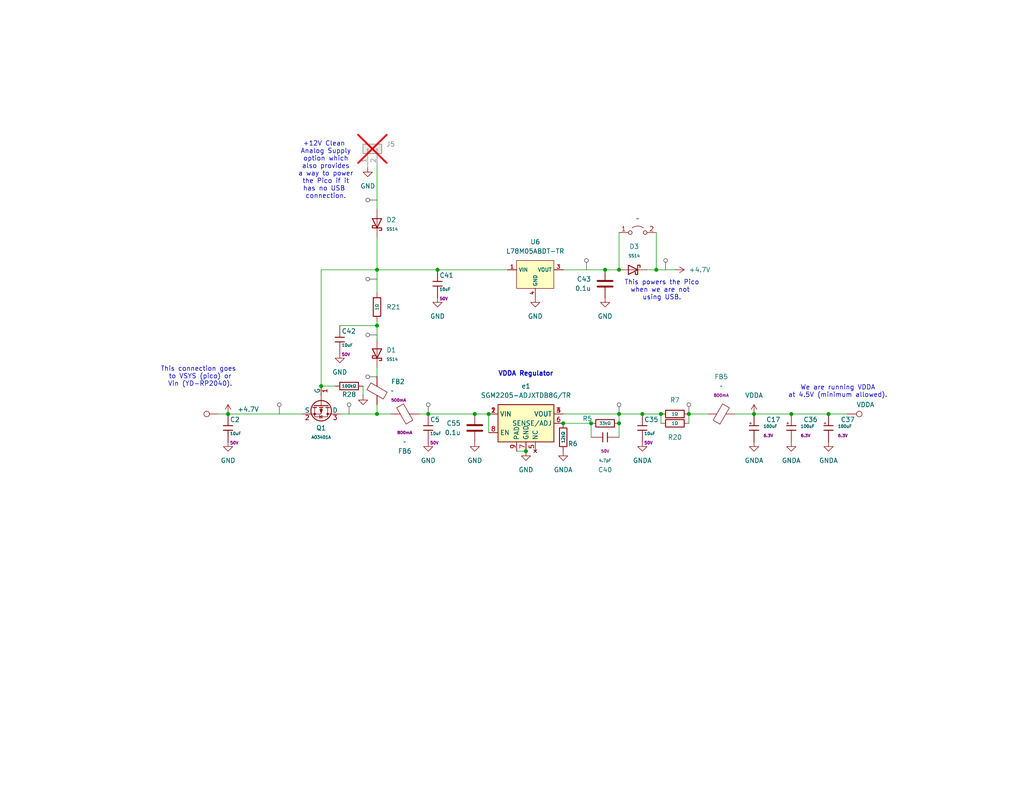
<source format=kicad_sch>
(kicad_sch (version 20250114) (generator "eeschema") (generator_version "9.0")
  (paper "A")
  (lib_symbols
    (symbol "ADP7142AUJZ_1"
      (property "Reference" "e1" (at 0 10.16 0))
      (property "Value" "SGM2205-ADJXTDB8G/TR" (at 0 7.62 0))
      (symbol "ADP7142AUJZ_1_1_1"
        (pin power_in line (at -10.16 2.54 0) (length 2.54) (name "VIN") (number "1"))
        (pin power_in line (at -10.16 2.54 0) (length 2.54) (name "VIN") (number "2"))
        (pin input line (at -10.16 -2.54 0) (length 2.54) (name "EN") (number "8"))
        (pin power_in line (at -2.54 -7.62 90) (length 2.54) (name "PAD") (number "9"))
        (pin passive line (at 0 -7.62 90) (length 2.54) (name "GND") (number "7"))
        (pin no_connect line (at 2.54 -7.62 90) (length 2.54) (name "NC") (number "5"))
        (pin power_out line (at 10.16 2.54 180) (length 2.54) (name "VOUT") (number "3"))
        (pin power_out line (at 10.16 2.54 180) (length 2.54) (name "VOUT") (number "4"))
        (pin input line (at 10.16 0 180) (length 2.54) (name "SENSE/ADJ") (number "6"))
      )
    )
    (symbol "Connector:TestPoint" (pin_numbers (hide yes)) (pin_names (offset 0.762) (hide yes))
      (property "Reference" "TP" (at 0 6.858 0))
      (property "Value" "TestPoint" (at 0 5.08 0))
      (symbol "TestPoint_1_1"
        (pin passive line (at 0 0 90) (length 2.54) (name "1") (number "1"))
      )
    )
    (symbol "Connector_Generic:Conn_01x02" (pin_names (offset 1.016) (hide yes))
      (property "Reference" "J" (at 0 2.54 0))
      (property "Value" "Conn_01x02" (at 0 -5.08 0))
      (symbol "Conn_01x02_1_1"
        (pin passive line (at -5.08 0 0) (length 3.81) (name "Pin_1") (number "1"))
        (pin passive line (at -5.08 -2.54 0) (length 3.81) (name "Pin_2") (number "2"))
      )
    )
    (symbol "Device:C" (pin_numbers (hide yes)) (pin_names (offset 0.254))
      (property "Reference" "C" (at 0.635 2.54 0))
      (property "Value" "C" (at 0.635 -2.54 0))
      (symbol "C_1_1"
        (pin passive line (at 0 3.81 270) (length 2.794) (name "~") (number "1"))
        (pin passive line (at 0 -3.81 90) (length 2.794) (name "~") (number "2"))
      )
    )
    (symbol "GND_1" (power) (pin_numbers (hide yes)) (pin_names (offset 0) (hide yes))
      (property "Value" "GND" (at 0 -3.81 0))
      (symbol "GND_1_1_1"
        (pin power_in line (at 0 0 270) (length 0) (name "~") (number "1"))
      )
    )
    (symbol "Jumper:Jumper_2_Open" (pin_names (offset 0) (hide yes))
      (property "Reference" "JP" (at 0 2.794 0))
      (property "Value" "Jumper_2_Open" (at 0 -2.286 0))
      (symbol "Jumper_2_Open_1_1"
        (pin passive line (at -5.08 0 0) (length 2.54) (name "A") (number "1"))
        (pin passive line (at 5.08 0 180) (length 2.54) (name "B") (number "2"))
      )
    )
    (symbol "LDO, 5V, 0.5A_1"
      (property "Reference" "U1" (at 0 10.16 0))
      (property "Value" "L78M05ABDT-TR" (at 0 7.62 0))
      (symbol "LDO, 5V, 0.5A_1_1_1"
        (pin power_in line (at -7.62 2.54 0) (length 2.56) (name "VIN") (number "1"))
        (pin power_in line (at 0 -5.08 90) (length 2.56) (name "GND") (number "4"))
        (pin power_out line (at 7.62 2.54 180) (length 2.56) (name "VOUT") (number "3"))
      )
    )
    (symbol "PCM_JLCPCB-Capacitors:0603,4.7pF" (pin_numbers (hide yes)) (pin_names (offset 0))
      (property "Reference" "C" (at 2.032 1.668 0))
      (property "Value" "4.7pF" (at 2.032 -0.3782 0))
      (property "Voltage Rated" "50V" (at 2.032 -2.0462 0))
      (symbol "0603,4.7pF_1_1"
        (pin passive line (at 0 3.81 270) (length 3.175) (name "~") (number "1"))
        (pin passive line (at 0 -3.81 90) (length 3.175) (name "~") (number "2"))
      )
    )
    (symbol "PCM_JLCPCB-Capacitors:1206,10uF" (pin_numbers (hide yes)) (pin_names (offset 0))
      (property "Reference" "C" (at 2.032 1.668 0))
      (property "Value" "10uF" (at 2.032 -0.3782 0))
      (property "Voltage Rated" "50V" (at 2.032 -2.0462 0))
      (symbol "1206,10uF_1_1"
        (pin passive line (at 0 3.81 270) (length 3.175) (name "~") (number "1"))
        (pin passive line (at 0 -3.81 90) (length 3.175) (name "~") (number "2"))
      )
    )
    (symbol "PCM_JLCPCB-Capacitors:CASE-B-3528-21(mm),100uF" (pin_numbers (hide yes)) (pin_names (offset 0))
      (property "Reference" "C" (at 2.032 1.668 0))
      (property "Value" "100uF" (at 2.032 -0.3782 0))
      (property "Rated Voltage" "6.3V" (at 2.032 -2.0462 0))
      (symbol "CASE-B-3528-21(mm),100uF_1_1"
        (pin passive line (at 0 3.81 270) (length 3.175) (name "~") (number "1"))
        (pin passive line (at 0 -3.81 90) (length 3.175) (name "~") (number "2"))
      )
    )
    (symbol "PCM_JLCPCB-Diodes:Schottky,SS14" (pin_numbers (hide yes)) (pin_names (offset 0))
      (property "Reference" "D" (at 2.032 0.834 0))
      (property "Value" "SS14" (at 2.032 -1.2122 0))
      (symbol "Schottky,SS14_1_1"
        (pin passive line (at 0 3.81 270) (length 3.81) (name "~") (number "2"))
        (pin passive line (at 0 -3.81 90) (length 3.81) (name "~") (number "1"))
      )
    )
    (symbol "PCM_JLCPCB-Inductors:Ferrite,0805" (pin_numbers (hide yes)) (pin_names (offset 0))
      (property "Reference" "FB" (at 3.4036 1.2508 0))
      (property "Current Rating" "800mA" (at 3.4036 -1.5274 0))
      (symbol "Ferrite,0805_1_1"
        (pin passive line (at 0 3.81 270) (length 2.54) (name "~") (number "1"))
        (pin passive line (at 0 -3.81 90) (length 2.54) (name "~") (number "2"))
      )
    )
    (symbol "PCM_JLCPCB-Inductors:Ferrite,0805,(2)" (pin_numbers (hide yes)) (pin_names (offset 0))
      (property "Reference" "FB" (at 3.4036 1.2508 0))
      (property "Current Rating" "500mA" (at 3.4036 -1.5274 0))
      (symbol "Ferrite,0805,(2)_1_1"
        (pin passive line (at 0 3.81 270) (length 2.54) (name "~") (number "1"))
        (pin passive line (at 0 -3.81 90) (length 2.54) (name "~") (number "2"))
      )
    )
    (symbol "PCM_JLCPCB-Resistors:0805,100kΩ" (pin_numbers (hide yes)) (pin_names (offset 0))
      (property "Reference" "R" (at 1.778 0 0))
      (property "Value" "100kΩ" (at 0 0 90))
      (symbol "0805,100kΩ_1_1"
        (pin passive line (at 0 3.81 270) (length 1.27) (name "~") (number "1"))
        (pin passive line (at 0 -3.81 90) (length 1.27) (name "~") (number "2"))
      )
    )
    (symbol "PCM_JLCPCB-Resistors:0805,12kΩ" (pin_numbers (hide yes)) (pin_names (offset 0))
      (property "Reference" "R" (at 1.778 0 0))
      (property "Value" "12kΩ" (at 0 0 90))
      (symbol "0805,12kΩ_1_1"
        (pin passive line (at 0 3.81 270) (length 1.27) (name "~") (number "1"))
        (pin passive line (at 0 -3.81 90) (length 1.27) (name "~") (number "2"))
      )
    )
    (symbol "PCM_JLCPCB-Resistors:0805,1Ω" (pin_numbers (hide yes)) (pin_names (offset 0))
      (property "Reference" "R" (at 1.778 0 0))
      (property "Value" "1Ω" (at 0 0 90))
      (symbol "0805,1Ω_1_1"
        (pin passive line (at 0 3.81 270) (length 1.27) (name "~") (number "1"))
        (pin passive line (at 0 -3.81 90) (length 1.27) (name "~") (number "2"))
      )
    )
    (symbol "PCM_JLCPCB-Resistors:0805,33kΩ" (pin_numbers (hide yes)) (pin_names (offset 0))
      (property "Reference" "R" (at 1.778 0 0))
      (property "Value" "33kΩ" (at 0 0 90))
      (symbol "0805,33kΩ_1_1"
        (pin passive line (at 0 3.81 270) (length 1.27) (name "~") (number "1"))
        (pin passive line (at 0 -3.81 90) (length 1.27) (name "~") (number "2"))
      )
    )
    (symbol "PCM_JLCPCB-Transistors:PMOS,AO3401A" (pin_names (offset 0))
      (property "Reference" "Q" (at 4.8514 0.834 0))
      (property "Value" "AO3401A" (at 4.8514 -1.2122 0))
      (symbol "PMOS,AO3401A_1_1"
        (pin input line (at -5.08 0 0) (length 2.54) (name "G") (number "1"))
        (pin passive line (at 2.54 5.08 270) (length 2.54) (name "D") (number "3"))
        (pin passive line (at 2.54 -5.08 90) (length 2.54) (name "S") (number "2"))
      )
    )
    (symbol "power:+5V" (power) (pin_names (offset 0))
      (property "Value" "+5V" (at 0 3.556 0))
      (symbol "+5V_1_1"
        (pin power_in line (at 0 0 90) (length 0) (hide yes) (name "+5V") (number "1"))
      )
    )
    (symbol "power:GNDA" (power) (pin_names (offset 0))
      (property "Value" "GNDA" (at 0 -3.81 0))
      (symbol "GNDA_1_1"
        (pin power_in line (at 0 0 270) (length 0) (hide yes) (name "GNDA") (number "1"))
      )
    )
    (symbol "power:VDDA" (power) (pin_names (offset 0))
      (property "Value" "VDDA" (at 0 3.81 0))
      (symbol "VDDA_1_1"
        (pin power_in line (at 0 0 90) (length 0) (hide yes) (name "VDDA") (number "1"))
      )
    )
  )
  (text "VDDA Regulator" (at 135.89 102.87 0) (effects (font (size 1.27 1.27) (bold yes)) (justify left bottom)))
  (text "We are running VDDA\nat 4.5V (minimum allowed)." (at 228.6 106.934 0) (effects (font (size 1.27 1.27))))
  (text "This powers the Pico\nwhen we are not \nusing USB." (at 180.594 79.248 0) (effects (font (size 1.27 1.27))))
  (text "+12V Clean \nAnalog Supply\noption which\nalso provides\na way to power\nthe Pico if it\nhas no USB \nconnection." (at 88.9 46.482 0) (effects (font (size 1.27 1.27))))
  (text "This connection goes \nto VSYS (pico) or\nVin (YD-RP2040)." (at 54.61 102.87 0) (effects (font (size 1.27 1.27))))
  (junction (at 168.91 73.66))
  (junction (at 116.84 113.03))
  (junction (at 102.87 113.03))
  (junction (at 175.26 113.03))
  (junction (at 119.38 73.66))
  (junction (at 87.63 105.41))
  (junction (at 168.91 113.03))
  (junction (at 180.34 113.03))
  (junction (at 133.35 113.03))
  (junction (at 102.87 88.9))
  (junction (at 165.1 73.66))
  (junction (at 143.51 123.19))
  (junction (at 226.06 113.03))
  (junction (at 62.23 113.03))
  (junction (at 205.74 113.03))
  (junction (at 102.87 73.66))
  (junction (at 187.96 113.03))
  (junction (at 161.29 115.57))
  (junction (at 129.54 113.03))
  (junction (at 179.07 73.66))
  (junction (at 215.9 113.03))
  (junction (at 168.91 115.57))
  (junction (at 153.67 115.57))
  (wire (pts (xy 168.91 115.57) (xy 168.91 119.38)))
  (wire (pts (xy 116.84 113.03) (xy 129.54 113.03)))
  (wire (pts (xy 168.91 113.03) (xy 175.26 113.03)))
  (wire (pts (xy 129.54 113.03) (xy 133.35 113.03)))
  (wire (pts (xy 176.53 73.66) (xy 179.07 73.66)))
  (wire (pts (xy 114.3 113.03) (xy 116.84 113.03)))
  (wire (pts (xy 102.87 113.03) (xy 106.68 113.03)))
  (wire (pts (xy 179.07 73.66) (xy 184.15 73.66)))
  (wire (pts (xy 102.87 64.77) (xy 102.87 73.66)))
  (wire (pts (xy 62.23 113.03) (xy 82.55 113.03)))
  (wire (pts (xy 119.38 73.66) (xy 138.43 73.66)))
  (wire (pts (xy 119.38 73.66) (xy 102.87 73.66)))
  (wire (pts (xy 215.9 113.03) (xy 226.06 113.03)))
  (wire (pts (xy 226.06 113.03) (xy 231.14 113.03)))
  (wire (pts (xy 153.67 113.03) (xy 168.91 113.03)))
  (wire (pts (xy 133.35 113.03) (xy 133.35 118.11)))
  (wire (pts (xy 153.67 73.66) (xy 165.1 73.66)))
  (wire (pts (xy 215.9 113.03) (xy 205.74 113.03)))
  (wire (pts (xy 102.87 100.33) (xy 102.87 102.87)))
  (wire (pts (xy 102.87 73.66) (xy 102.87 80.01)))
  (wire (pts (xy 180.34 113.03) (xy 180.34 115.57)))
  (wire (pts (xy 102.87 87.63) (xy 102.87 88.9)))
  (wire (pts (xy 102.87 45.72) (xy 102.87 57.15)))
  (wire (pts (xy 165.1 73.66) (xy 168.91 73.66)))
  (wire (pts (xy 200.66 113.03) (xy 205.74 113.03)))
  (wire (pts (xy 87.63 73.66) (xy 87.63 105.41)))
  (wire (pts (xy 92.71 88.9) (xy 102.87 88.9)))
  (wire (pts (xy 87.63 73.66) (xy 102.87 73.66)))
  (wire (pts (xy 87.63 105.41) (xy 91.44 105.41)))
  (wire (pts (xy 168.91 113.03) (xy 168.91 115.57)))
  (wire (pts (xy 153.67 115.57) (xy 161.29 115.57)))
  (wire (pts (xy 161.29 115.57) (xy 161.29 119.38)))
  (wire (pts (xy 102.87 88.9) (xy 102.87 92.71)))
  (wire (pts (xy 140.97 123.19) (xy 143.51 123.19)))
  (wire (pts (xy 59.69 113.03) (xy 62.23 113.03)))
  (wire (pts (xy 175.26 113.03) (xy 180.34 113.03)))
  (wire (pts (xy 187.96 113.03) (xy 187.96 115.57)))
  (wire (pts (xy 92.71 113.03) (xy 102.87 113.03)))
  (wire (pts (xy 102.87 110.49) (xy 102.87 113.03)))
  (wire (pts (xy 99.06 105.41) (xy 99.06 107.95)))
  (wire (pts (xy 187.96 113.03) (xy 193.04 113.03)))
  (wire (pts (xy 168.91 63.5) (xy 168.91 73.66)))
  (wire (pts (xy 179.07 63.5) (xy 179.07 73.66)))
  (netclass_flag "" (length 2.54) (shape round) (at 168.91 113.03 0) (property "Netclass" "5V0" (effects (hide yes))))
  (netclass_flag "" (length 2.54) (shape round) (at 187.96 113.03 0) (property "Netclass" "5V0" (effects (hide yes))))
  (netclass_flag "" (length 2.54) (shape round) (at 95.25 113.03 0) (property "Netclass" "5V0" (effects (hide yes))))
  (netclass_flag "" (length 2.54) (shape round) (at 181.61 73.66 0) (property "Netclass" "5V0" (effects (hide yes))))
  (netclass_flag "" (length 2.54) (shape round) (at 76.2 113.03 0) (property "Netclass" "5V" (effects (hide yes))))
  (netclass_flag "" (length 2.54) (shape round) (at 102.87 102.87 90) (property "Netclass" "5V0" (effects (hide yes))))
  (netclass_flag "" (length 2.54) (shape round) (at 102.87 76.2 90) (property "Netclass" "5V0" (effects (hide yes))))
  (netclass_flag "" (length 2.54) (shape round) (at 102.87 54.61 90) (property "Netclass" "5V0" (effects (hide yes))))
  (netclass_flag "" (length 2.54) (shape round) (at 102.87 91.44 90) (property "Netclass" "5V0" (effects (hide yes))))
  (netclass_flag "" (length 2.54) (shape round) (at 116.84 113.03 0) (property "Netclass" "5V0" (effects (hide yes))))
  (netclass_flag "" (length 2.54) (shape round) (at 160.02 73.66 0) (property "Netclass" "5V0" (effects (hide yes))))
  (symbol (lib_id "Connector:TestPoint") (at 59.69 113.03 90) (unit 1)
    (property "Reference" "TP25" (effects (hide yes)))
    (property "Value" "+5" (effects (hide yes)))
    (property "Footprint" "TestPoint:TestPoint_THTPad_D1.5mm_Drill0.7mm" (effects (hide yes)))
  )
  (symbol (lib_id "PCM_JLCPCB-Resistors:0805,33kΩ") (at 165.1 115.57 90) (unit 1)
    (property "Reference" "R5" (at 160.274 114.3 90))
    (property "Value" "33kΩ" (at 165.1 115.57 90) (effects (font (size 0.8 0.8))))
    (property "Footprint" "PCM_JLCPCB:R_0805" (effects (hide yes)))
    (property "Datasheet" "https://www.lcsc.com/datasheet/lcsc_datasheet_2205311830_UNI-ROYAL-Uniroyal-Elec-0805W8F3302T5E_C17633.pdf" (effects (hide yes)))
    (property "Description" "125mW Thick Film Resistors 150V ±100ppm/°C ±1% 33kΩ 0805 Chip Resistor - Surface Mount ROHS" (effects (hide yes)))
    (property "LCSC" "C17633" (effects (hide yes)))
    (property "Stock" "342884" (effects (hide yes)))
    (property "Price" "0.005USD" (effects (hide yes)))
    (property "Process" "SMT" (effects (hide yes)))
    (property "Minimum Qty" "20" (effects (hide yes)))
    (property "Attrition Qty" "10" (effects (hide yes)))
    (property "Class" "Basic Component" (effects (hide yes)))
    (property "Category" "Resistors,Chip Resistor - Surface Mount" (effects (hide yes)))
    (property "Manufacturer" "UNI-ROYAL(Uniroyal Elec)" (effects (hide yes)))
    (property "Part" "0805W8F3302T5E" (effects (hide yes)))
    (property "Resistance" "33kΩ" (effects (hide yes)))
    (property "Power(Watts)" "125mW" (effects (hide yes)))
    (property "Type" "Thick Film Resistors" (effects (hide yes)))
    (property "Overload Voltage (Max)" "150V" (effects (hide yes)))
    (property "Operating Temperature Range" "-55°C~+155°C" (effects (hide yes)))
    (property "Tolerance" "±1%" (effects (hide yes)))
    (property "Temperature Coefficient" "±100ppm/°C" (effects (hide yes)))
  )
  (symbol (lib_id "PCM_JLCPCB-Resistors:0805,1Ω") (at 184.15 115.57 90) (mirror x) (unit 1)
    (property "Reference" "R20" (at 184.15 119.38 90))
    (property "Value" "1Ω" (at 184.15 115.57 90) (effects (font (size 0.8 0.8))))
    (property "Footprint" "PCM_JLCPCB:R_0805" (effects (hide yes)))
    (property "Datasheet" "https://www.lcsc.com/datasheet/lcsc_datasheet_2205311845_UNI-ROYAL-Uniroyal-Elec-0805W8F100KT5E_C25271.pdf" (effects (hide yes)))
    (property "Description" "125mW Thick Film Resistors 150V ±1% ±400ppm/°C 1Ω 0805 Chip Resistor - Surface Mount ROHS" (effects (hide yes)))
    (property "LCSC" "C25271" (effects (hide yes)))
    (property "Stock" "413540" (effects (hide yes)))
    (property "Price" "0.006USD" (effects (hide yes)))
    (property "Process" "SMT" (effects (hide yes)))
    (property "Minimum Qty" "20" (effects (hide yes)))
    (property "Attrition Qty" "10" (effects (hide yes)))
    (property "Class" "Basic Component" (effects (hide yes)))
    (property "Category" "Resistors,Chip Resistor - Surface Mount" (effects (hide yes)))
    (property "Manufacturer" "UNI-ROYAL(Uniroyal Elec)" (effects (hide yes)))
    (property "Part" "0805W8F100KT5E" (effects (hide yes)))
    (property "Resistance" "1Ω" (effects (hide yes)))
    (property "Power(Watts)" "125mW" (effects (hide yes)))
    (property "Type" "Thick Film Resistors" (effects (hide yes)))
    (property "Overload Voltage (Max)" "150V" (effects (hide yes)))
    (property "Operating Temperature Range" "-55°C~+155°C" (effects (hide yes)))
    (property "Tolerance" "±1%" (effects (hide yes)))
    (property "Temperature Coefficient" "±400ppm/°C" (effects (hide yes)))
  )
  (symbol (lib_id "PCM_JLCPCB-Resistors:0805,100kΩ") (at 95.25 105.41 90) (unit 1)
    (property "Reference" "R28" (at 95.25 107.696 90))
    (property "Value" "100kΩ" (at 95.25 105.41 90) (effects (font (size 0.8 0.8))))
    (property "Footprint" "PCM_JLCPCB:R_0805" (effects (hide yes)))
    (property "Datasheet" "https://www.lcsc.com/datasheet/lcsc_datasheet_2205312316_UNI-ROYAL-Uniroyal-Elec-0805W8F1003T5E_C149504.pdf" (effects (hide yes)))
    (property "Description" "125mW Thick Film Resistors 150V ±100ppm/°C ±1% 100kΩ 0805 Chip Resistor - Surface Mount ROHS" (effects (hide yes)))
    (property "LCSC" "C149504" (effects (hide yes)))
    (property "Stock" "3946237" (effects (hide yes)))
    (property "Price" "0.005USD" (effects (hide yes)))
    (property "Process" "SMT" (effects (hide yes)))
    (property "Minimum Qty" "20" (effects (hide yes)))
    (property "Attrition Qty" "10" (effects (hide yes)))
    (property "Class" "Basic Component" (effects (hide yes)))
    (property "Category" "Resistors,Chip Resistor - Surface Mount" (effects (hide yes)))
    (property "Manufacturer" "UNI-ROYAL(Uniroyal Elec)" (effects (hide yes)))
    (property "Part" "0805W8F1003T5E" (effects (hide yes)))
    (property "Resistance" "100kΩ" (effects (hide yes)))
    (property "Power(Watts)" "125mW" (effects (hide yes)))
    (property "Type" "Thick Film Resistors" (effects (hide yes)))
    (property "Overload Voltage (Max)" "150V" (effects (hide yes)))
    (property "Operating Temperature Range" "-55°C~+155°C" (effects (hide yes)))
    (property "Tolerance" "±1%" (effects (hide yes)))
    (property "Temperature Coefficient" "±100ppm/°C" (effects (hide yes)))
  )
  (symbol (lib_id "PCM_JLCPCB-Resistors:0805,1Ω") (at 102.87 83.82 180) (unit 1)
    (property "Reference" "R21" (at 105.41 83.8199 0) (effects (justify right)))
    (property "Value" "1Ω" (at 102.87 83.82 90) (effects (font (size 0.8 0.8))))
    (property "Footprint" "PCM_JLCPCB:R_0805" (effects (hide yes)))
    (property "Datasheet" "https://www.lcsc.com/datasheet/lcsc_datasheet_2205311845_UNI-ROYAL-Uniroyal-Elec-0805W8F100KT5E_C25271.pdf" (effects (hide yes)))
    (property "Description" "125mW Thick Film Resistors 150V ±1% ±400ppm/°C 1Ω 0805 Chip Resistor - Surface Mount ROHS" (effects (hide yes)))
    (property "LCSC" "C25271" (effects (hide yes)))
    (property "Stock" "413540" (effects (hide yes)))
    (property "Price" "0.006USD" (effects (hide yes)))
    (property "Process" "SMT" (effects (hide yes)))
    (property "Minimum Qty" "20" (effects (hide yes)))
    (property "Attrition Qty" "10" (effects (hide yes)))
    (property "Class" "Basic Component" (effects (hide yes)))
    (property "Category" "Resistors,Chip Resistor - Surface Mount" (effects (hide yes)))
    (property "Manufacturer" "UNI-ROYAL(Uniroyal Elec)" (effects (hide yes)))
    (property "Part" "0805W8F100KT5E" (effects (hide yes)))
    (property "Resistance" "1Ω" (effects (hide yes)))
    (property "Power(Watts)" "125mW" (effects (hide yes)))
    (property "Type" "Thick Film Resistors" (effects (hide yes)))
    (property "Overload Voltage (Max)" "150V" (effects (hide yes)))
    (property "Operating Temperature Range" "-55°C~+155°C" (effects (hide yes)))
    (property "Tolerance" "±1%" (effects (hide yes)))
    (property "Temperature Coefficient" "±400ppm/°C" (effects (hide yes)))
  )
  (symbol (lib_id "Jumper:Jumper_2_Open") (at 173.99 63.5 0) (unit 1)
    (property "Reference" "JP2" (effects (hide yes)))
    (property "Value" "~" (at 173.99 59.69 0))
    (property "Footprint" "Jumper:SolderJumper-2_P1.3mm_Open_RoundedPad1.0x1.5mm" (effects (hide yes)))
  )
  (symbol (lib_name "GND_1") (lib_id "power:GND") (at 116.84 120.65 0) (unit 1)
    (property "Reference" "#PWR056" (effects (hide yes)))
    (property "Value" "GND" (at 116.84 125.73 0))
  )
  (symbol (lib_name "GND_1") (lib_id "power:GND") (at 119.38 81.28 0) (unit 1)
    (property "Reference" "#PWR057" (effects (hide yes)))
    (property "Value" "GND" (at 119.38 86.36 0))
  )
  (symbol (lib_id "PCM_JLCPCB-Resistors:0805,12kΩ") (at 153.67 119.38 0) (unit 1)
    (property "Reference" "R6" (at 154.94 121.158 0) (effects (justify left)))
    (property "Value" "12kΩ" (at 153.67 119.38 90) (effects (font (size 0.8 0.8))))
    (property "Footprint" "PCM_JLCPCB:R_0805" (effects (hide yes)))
    (property "Datasheet" "https://www.lcsc.com/datasheet/lcsc_datasheet_2206010216_UNI-ROYAL-Uniroyal-Elec-0805W8F1202T5E_C17444.pdf" (effects (hide yes)))
    (property "Description" "125mW Thick Film Resistors 150V ±100ppm/°C ±1% 12kΩ 0805 Chip Resistor - Surface Mount ROHS" (effects (hide yes)))
    (property "LCSC" "C17444" (effects (hide yes)))
    (property "Stock" "204708" (effects (hide yes)))
    (property "Price" "0.005USD" (effects (hide yes)))
    (property "Process" "SMT" (effects (hide yes)))
    (property "Minimum Qty" "20" (effects (hide yes)))
    (property "Attrition Qty" "10" (effects (hide yes)))
    (property "Class" "Basic Component" (effects (hide yes)))
    (property "Category" "Resistors,Chip Resistor - Surface Mount" (effects (hide yes)))
    (property "Manufacturer" "UNI-ROYAL(Uniroyal Elec)" (effects (hide yes)))
    (property "Part" "0805W8F1202T5E" (effects (hide yes)))
    (property "Resistance" "12kΩ" (effects (hide yes)))
    (property "Power(Watts)" "125mW" (effects (hide yes)))
    (property "Type" "Thick Film Resistors" (effects (hide yes)))
    (property "Overload Voltage (Max)" "150V" (effects (hide yes)))
    (property "Operating Temperature Range" "-55°C~+155°C" (effects (hide yes)))
    (property "Tolerance" "±1%" (effects (hide yes)))
    (property "Temperature Coefficient" "±100ppm/°C" (effects (hide yes)))
  )
  (symbol (lib_id "Device:C") (at 165.1 77.47 0) (mirror y) (unit 1)
    (property "Reference" "C43" (at 161.29 76.2 0) (effects (justify left)))
    (property "Value" "0.1u" (at 161.29 78.74 0) (effects (justify left)))
    (property "Footprint" "Capacitor_SMD:C_0805_2012Metric" (effects (hide yes)))
    (property "Datasheet" "https://datasheet.lcsc.com/lcsc/2304140030_YAGEO-CC0805KRX7R9BB104_C49678.pdf" (effects (hide yes)))
    (property "LCSC" "C49678" (effects (hide yes)))
  )
  (symbol (lib_id "PCM_JLCPCB-Capacitors:1206,10uF") (at 62.23 116.84 0) (unit 1)
    (property "Reference" "C2" (at 62.738 114.554 0) (effects (justify left)))
    (property "Value" "10uF" (at 62.738 118.364 0) (effects (font (size 0.8 0.8)) (justify left)))
    (property "Footprint" "PCM_JLCPCB:C_1206" (effects (hide yes)))
    (property "Datasheet" "https://www.lcsc.com/datasheet/lcsc_datasheet_2304140030_Samsung-Electro-Mechanics-CL31A106KBHNNNE_C13585.pdf" (effects (hide yes)))
    (property "Description" "50V 10uF X5R ±10% 1206 Multilayer Ceramic Capacitors MLCC - SMD/SMT ROHS" (effects (hide yes)))
    (property "LCSC" "C13585" (effects (hide yes)))
    (property "Stock" "3698334" (effects (hide yes)))
    (property "Price" "0.035USD" (effects (hide yes)))
    (property "Process" "SMT" (effects (hide yes)))
    (property "Minimum Qty" "5" (effects (hide yes)))
    (property "Attrition Qty" "4" (effects (hide yes)))
    (property "Class" "Basic Component" (effects (hide yes)))
    (property "Category" "Capacitors,Multilayer Ceramic Capacitors MLCC - SMD/SMT" (effects (hide yes)))
    (property "Manufacturer" "Samsung Electro-Mechanics" (effects (hide yes)))
    (property "Part" "CL31A106KBHNNNE" (effects (hide yes)))
    (property "Voltage Rated" "50V" (at 62.738 120.904 0) (effects (font (size 0.8 0.8)) (justify left)))
    (property "Tolerance" "±10%" (effects (hide yes)))
    (property "Capacitance" "10uF" (effects (hide yes)))
    (property "Temperature Coefficient" "X5R" (effects (hide yes)))
  )
  (symbol (lib_id "PCM_JLCPCB-Capacitors:1206,10uF") (at 175.26 116.84 0) (unit 1)
    (property "Reference" "C35" (at 175.768 114.554 0) (effects (justify left)))
    (property "Value" "10uF" (at 175.768 118.364 0) (effects (font (size 0.8 0.8)) (justify left)))
    (property "Footprint" "PCM_JLCPCB:C_1206" (effects (hide yes)))
    (property "Datasheet" "https://www.lcsc.com/datasheet/lcsc_datasheet_2304140030_Samsung-Electro-Mechanics-CL31A106KBHNNNE_C13585.pdf" (effects (hide yes)))
    (property "Description" "50V 10uF X5R ±10% 1206 Multilayer Ceramic Capacitors MLCC - SMD/SMT ROHS" (effects (hide yes)))
    (property "LCSC" "C13585" (effects (hide yes)))
    (property "Stock" "3698334" (effects (hide yes)))
    (property "Price" "0.035USD" (effects (hide yes)))
    (property "Process" "SMT" (effects (hide yes)))
    (property "Minimum Qty" "5" (effects (hide yes)))
    (property "Attrition Qty" "4" (effects (hide yes)))
    (property "Class" "Basic Component" (effects (hide yes)))
    (property "Category" "Capacitors,Multilayer Ceramic Capacitors MLCC - SMD/SMT" (effects (hide yes)))
    (property "Manufacturer" "Samsung Electro-Mechanics" (effects (hide yes)))
    (property "Part" "CL31A106KBHNNNE" (effects (hide yes)))
    (property "Voltage Rated" "50V" (at 175.768 120.904 0) (effects (font (size 0.8 0.8)) (justify left)))
    (property "Tolerance" "±10%" (effects (hide yes)))
    (property "Capacitance" "10uF" (effects (hide yes)))
    (property "Temperature Coefficient" "X5R" (effects (hide yes)))
  )
  (symbol (lib_id "power:GNDA") (at 226.06 120.65 0) (unit 1)
    (property "Reference" "#PWR068" (effects (hide yes)))
    (property "Value" "GNDA" (at 226.06 125.73 0))
  )
  (symbol (lib_id "PCM_JLCPCB-Inductors:Ferrite,0805") (at 110.49 113.03 90) (mirror x) (unit 1)
    (property "Reference" "FB6" (at 110.4392 123.19 90))
    (property "Value" "~" (at 110.4392 120.65 90) (effects (font (size 0.8 0.8))))
    (property "Footprint" "PCM_JLCPCB:FB_0805" (effects (hide yes)))
    (property "Datasheet" "https://www.lcsc.com/datasheet/lcsc_datasheet_2310301640_Sunlord-GZ2012D101TF_C1015.pdf" (effects (hide yes)))
    (property "Description" "±25% 100Ω@100MHz 0805 Ferrite Beads ROHS" (effects (hide yes)))
    (property "LCSC" "C1015" (effects (hide yes)))
    (property "Stock" "196104" (effects (hide yes)))
    (property "Price" "0.017USD" (effects (hide yes)))
    (property "Process" "SMT" (effects (hide yes)))
    (property "Minimum Qty" "20" (effects (hide yes)))
    (property "Attrition Qty" "10" (effects (hide yes)))
    (property "Class" "Basic Component" (effects (hide yes)))
    (property "Category" "Filters/EMI Optimization,Ferrite Beads" (effects (hide yes)))
    (property "Manufacturer" "Sunlord" (effects (hide yes)))
    (property "Part" "GZ2012D101TF" (effects (hide yes)))
    (property "Impedance @ Frequency" "100Ω@100MHz" (effects (hide yes)))
    (property "Circuits" "1" (effects (hide yes)))
    (property "Current Rating" "800mA" (at 110.4392 118.11 90) (effects (font (size 0.8 0.8))))
    (property "Tolerance" "±25%" (effects (hide yes)))
  )
  (symbol (lib_name "GND_1") (lib_id "power:GND") (at 100.33 45.72 0) (unit 1)
    (property "Reference" "#PWR055" (effects (hide yes)))
    (property "Value" "GND" (at 100.33 50.8 0))
  )
  (symbol (lib_name "LDO, 5V, 0.5A_1") (lib_id "PCM_JLCPCB-Power:LDO, 5V, 0.5A") (at 146.05 76.2 0) (unit 1)
    (property "Reference" "U6" (at 146.05 66.04 0))
    (property "Value" "L78M05ABDT-TR" (at 146.05 68.58 0))
    (property "Footprint" "PCM_JLCPCB:TO-252-2_L6.5-W6.1-P4.58-LS10.0-TL" (effects (hide yes)))
    (property "Datasheet" "https://www.lcsc.com/datasheet/lcsc_datasheet_2307281528_STMicroelectronics-L78M05ABDT-TR_C58069.pdf" (effects (hide yes)))
    (property "Description" "62dB@(120Hz) 500mA Fixed 5V Positive electrode 35V TO-252-2(DPAK) Voltage Regulators - Linear, Low Drop Out (LDO) Regulators ROHS" (effects (hide yes)))
    (property "LCSC" "C58069" (effects (hide yes)))
    (property "Stock" "162133" (effects (hide yes)))
    (property "Price" "0.127USD" (effects (hide yes)))
    (property "Process" "SMT" (effects (hide yes)))
    (property "Minimum Qty" "2" (effects (hide yes)))
    (property "Attrition Qty" "0" (effects (hide yes)))
    (property "Class" "Basic Component" (effects (hide yes)))
    (property "Category" "Power Management ICs,Linear Voltage Regulators (LDO)" (effects (hide yes)))
    (property "Manufacturer" "STMicroelectronics" (effects (hide yes)))
    (property "Part" "L78M05ABDT-TR" (effects (hide yes)))
    (property "Number Of Outputs" "1" (effects (hide yes)))
    (property "Output Voltage" "5V" (effects (hide yes)))
    (property "Quiescent Current (Ground Current)" "6mA" (effects (hide yes)))
    (property "Output Current" "500mA" (effects (hide yes)))
    (property "Output Type" "Fixed" (effects (hide yes)))
    (property "Maximum Input Voltage" "35V" (effects (hide yes)))
    (property "Output Polarity" "Positive electrode" (effects (hide yes)))
    (property "Operating Temperature" "-40°C~+125°C" (effects (hide yes)))
    (property "Power Supply Rejection Ratio (Psrr)" "62dB@(120Hz)" (effects (hide yes)))
    (property "Feature" "Overcurrent Protection(OCP);Thermal Protection(TSD);Short-Circuit  Protection" (effects (hide yes)))
    (property "Standby Current" "6mA" (effects (hide yes)))
  )
  (symbol (lib_id "power:GNDA") (at 175.26 120.65 0) (unit 1)
    (property "Reference" "#PWR063" (effects (hide yes)))
    (property "Value" "GNDA" (at 175.26 125.73 0))
  )
  (symbol (lib_id "PCM_JLCPCB-Resistors:0805,1Ω") (at 184.15 113.03 90) (unit 1)
    (property "Reference" "R7" (at 184.15 109.22 90))
    (property "Value" "1Ω" (at 184.15 113.03 90) (effects (font (size 0.8 0.8))))
    (property "Footprint" "PCM_JLCPCB:R_0805" (effects (hide yes)))
    (property "Datasheet" "https://www.lcsc.com/datasheet/lcsc_datasheet_2205311845_UNI-ROYAL-Uniroyal-Elec-0805W8F100KT5E_C25271.pdf" (effects (hide yes)))
    (property "Description" "125mW Thick Film Resistors 150V ±1% ±400ppm/°C 1Ω 0805 Chip Resistor - Surface Mount ROHS" (effects (hide yes)))
    (property "LCSC" "C25271" (effects (hide yes)))
    (property "Stock" "413540" (effects (hide yes)))
    (property "Price" "0.006USD" (effects (hide yes)))
    (property "Process" "SMT" (effects (hide yes)))
    (property "Minimum Qty" "20" (effects (hide yes)))
    (property "Attrition Qty" "10" (effects (hide yes)))
    (property "Class" "Basic Component" (effects (hide yes)))
    (property "Category" "Resistors,Chip Resistor - Surface Mount" (effects (hide yes)))
    (property "Manufacturer" "UNI-ROYAL(Uniroyal Elec)" (effects (hide yes)))
    (property "Part" "0805W8F100KT5E" (effects (hide yes)))
    (property "Resistance" "1Ω" (effects (hide yes)))
    (property "Power(Watts)" "125mW" (effects (hide yes)))
    (property "Type" "Thick Film Resistors" (effects (hide yes)))
    (property "Overload Voltage (Max)" "150V" (effects (hide yes)))
    (property "Operating Temperature Range" "-55°C~+155°C" (effects (hide yes)))
    (property "Tolerance" "±1%" (effects (hide yes)))
    (property "Temperature Coefficient" "±400ppm/°C" (effects (hide yes)))
  )
  (symbol (lib_id "Connector:TestPoint") (at 231.14 113.03 270) (unit 1)
    (property "Reference" "TP26" (effects (hide yes)))
    (property "Value" "VDDA" (at 233.68 110.49 90) (effects (justify left)))
    (property "Footprint" "TestPoint:TestPoint_THTPad_D1.5mm_Drill0.7mm" (effects (hide yes)))
  )
  (symbol (lib_name "GND_1") (lib_id "power:GND") (at 129.54 120.65 0) (unit 1)
    (property "Reference" "#PWR058" (effects (hide yes)))
    (property "Value" "GND" (at 129.54 125.73 0))
  )
  (symbol (lib_name "ADP7142AUJZ_1") (lib_id "Regulator_Linear:ADP7142AUJZ") (at 143.51 115.57 0) (unit 1)
    (property "Reference" "e1" (at 143.51 105.41 0))
    (property "Value" "SGM2205-ADJXTDB8G/TR" (at 143.51 107.95 0))
    (property "Footprint" "Package_DFN_QFN:DFN-8-1EP_3x3mm_P0.65mm_EP1.55x2.4mm" (effects (hide yes)))
    (property "Datasheet" "https://jlcpcb.com/api/file/downloadByFileSystemAccessId/8590903048351141888" (effects (hide yes)))
    (property "Description" "300mA, Low Noise,  Low Dropout Regulator, Positive, Adjustable, TSOT-23-5" (effects (hide yes)))
    (property "LCSC" "C5152847" (effects (hide yes)))
  )
  (symbol (lib_id "PCM_JLCPCB-Transistors:PMOS,AO3401A") (at 87.63 110.49 270) (unit 1)
    (property "Reference" "Q1" (at 87.63 116.84 90))
    (property "Value" "AO3401A" (at 87.63 119.38 90) (effects (font (size 0.8 0.8))))
    (property "Footprint" "PCM_JLCPCB:Q_SOT-23" (effects (hide yes)))
    (property "Datasheet" "https://www.lcsc.com/datasheet/lcsc_datasheet_2412061733_Alpha---Omega-Semicon-AO3401A_C15127.pdf" (effects (hide yes)))
    (property "Description" "30V 4A 44mΩ@10V,4.3A 1.4W 1.3V@250uA 1 Piece P-Channel SOT-23 MOSFETs ROHS" (effects (hide yes)))
    (property "LCSC" "C15127" (effects (hide yes)))
    (property "Stock" "443240" (effects (hide yes)))
    (property "Price" "0.061USD" (effects (hide yes)))
    (property "Process" "SMT" (effects (hide yes)))
    (property "Minimum Qty" "5" (effects (hide yes)))
    (property "Attrition Qty" "4" (effects (hide yes)))
    (property "Class" "Basic Component" (effects (hide yes)))
    (property "Category" "Transistors,MOSFETs" (effects (hide yes)))
    (property "Manufacturer" "Alpha & Omega Semicon" (effects (hide yes)))
    (property "Part" "AO3401A" (effects (hide yes)))
    (property "Continuous Drain Current (Id)" "4A" (effects (hide yes)))
    (property "Input Capacitance (Ciss@Vds)" "1.2nF@15V" (effects (hide yes)))
    (property "Operating Temperature" "-55°C~+150°C@(Tj)" (effects (hide yes)))
    (property "Type" "1 Piece P-Channel" (effects (hide yes)))
    (property "Drain Source Voltage (Vdss)" "30V" (effects (hide yes)))
    (property "Power Dissipation (Pd)" "1.4W" (effects (hide yes)))
    (property "Gate Threshold Voltage (Vgs(th)@Id)" "1.3V@250uA" (effects (hide yes)))
    (property "Drain Source On Resistance (RDS(on)@Vgs,Id)" "44mΩ@10V,4.3A" (effects (hide yes)))
    (property "Total Gate Charge (Qg@Vgs)" "12.2nC@4.5V" (effects (hide yes)))
  )
  (symbol (lib_id "Device:C") (at 129.54 116.84 0) (mirror y) (unit 1)
    (property "Reference" "C55" (at 125.73 115.57 0) (effects (justify left)))
    (property "Value" "0.1u" (at 125.73 118.11 0) (effects (justify left)))
    (property "Footprint" "Capacitor_SMD:C_0805_2012Metric" (effects (hide yes)))
    (property "Datasheet" "https://datasheet.lcsc.com/lcsc/2304140030_YAGEO-CC0805KRX7R9BB104_C49678.pdf" (effects (hide yes)))
    (property "LCSC" "C49678" (effects (hide yes)))
  )
  (symbol (lib_id "PCM_JLCPCB-Diodes:Schottky,SS14") (at 102.87 60.96 0) (unit 1)
    (property "Reference" "D2" (at 105.41 60.0074 0) (effects (justify left)))
    (property "Value" "SS14" (at 105.41 62.5475 0) (effects (font (size 0.8 0.8)) (justify left)))
    (property "Footprint" "PCM_JLCPCB:D_SMA" (effects (hide yes)))
    (property "Datasheet" "https://www.lcsc.com/datasheet/lcsc_datasheet_2407101109_MDD-Microdiode-Semiconductor-SS14_C2480.pdf" (effects (hide yes)))
    (property "Description" "40V Independent Type 1A 550mV@1A SMA(DO-214AC) Schottky Diodes ROHS" (effects (hide yes)))
    (property "LCSC" "C2480" (effects (hide yes)))
    (property "Stock" "1115112" (effects (hide yes)))
    (property "Price" "0.018USD" (effects (hide yes)))
    (property "Process" "SMT" (effects (hide yes)))
    (property "Minimum Qty" "5" (effects (hide yes)))
    (property "Attrition Qty" "10" (effects (hide yes)))
    (property "Class" "Basic Component" (effects (hide yes)))
    (property "Category" "Diodes,Schottky Barrier Diodes (SBD)" (effects (hide yes)))
    (property "Manufacturer" "MDD（Microdiode Electronics）" (effects (hide yes)))
    (property "Part" "SS14" (effects (hide yes)))
    (property "Rectified Current" "1A" (effects (hide yes)))
    (property "Forward Voltage (Vf@If)" "550mV@1A" (effects (hide yes)))
    (property "Reverse Voltage (Vr)" "40V" (effects (hide yes)))
    (property "Diode Configuration" "Independent Type" (effects (hide yes)))
    (property "Reverse Leakage Current (Ir)" "300uA@40V" (effects (hide yes)))
  )
  (symbol (lib_id "power:GNDA") (at 205.74 120.65 0) (unit 1)
    (property "Reference" "#PWR066" (effects (hide yes)))
    (property "Value" "GNDA" (at 205.74 125.73 0))
  )
  (symbol (lib_id "PCM_JLCPCB-Capacitors:0603,4.7pF") (at 165.1 119.38 270) (mirror x) (unit 1)
    (property "Reference" "C40" (at 165.1 128.27 90))
    (property "Value" "4.7pF" (at 165.1 125.73 90) (effects (font (size 0.8 0.8))))
    (property "Footprint" "PCM_JLCPCB:C_0603" (effects (hide yes)))
    (property "Datasheet" "https://www.lcsc.com/datasheet/lcsc_datasheet_2304140030_FH--Guangdong-Fenghua-Advanced-Tech-0603CG4R7C500NT_C1669.pdf" (effects (hide yes)))
    (property "Description" "50V 4.7pF C0G 0603 Multilayer Ceramic Capacitors MLCC - SMD/SMT ROHS" (effects (hide yes)))
    (property "LCSC" "C1669" (effects (hide yes)))
    (property "Stock" "204968" (effects (hide yes)))
    (property "Price" "0.006USD" (effects (hide yes)))
    (property "Process" "SMT" (effects (hide yes)))
    (property "Minimum Qty" "20" (effects (hide yes)))
    (property "Attrition Qty" "10" (effects (hide yes)))
    (property "Class" "Preferred Component" (effects (hide yes)))
    (property "Category" "Capacitors,Multilayer Ceramic Capacitors MLCC - SMD/SMT" (effects (hide yes)))
    (property "Manufacturer" "FH(Guangdong Fenghua Advanced Tech)" (effects (hide yes)))
    (property "Part" "0603CG4R7C500NT" (effects (hide yes)))
    (property "Voltage Rated" "50V" (at 165.1 123.19 90) (effects (font (size 0.8 0.8))))
    (property "Capacitance" "4.7pF" (effects (hide yes)))
    (property "Temperature Coefficient" "C0G" (effects (hide yes)))
  )
  (symbol (lib_id "PCM_JLCPCB-Capacitors:CASE-B-3528-21(mm),100uF") (at 205.74 116.84 0) (unit 1)
    (property "Reference" "C17" (at 209.042 114.554 0) (effects (justify left)))
    (property "Value" "100uF" (at 208.28 116.3955 0) (effects (font (size 0.8 0.8)) (justify left)))
    (property "Footprint" "PCM_JLCPCB:C_CASE-B-3528-21(mm)" (effects (hide yes)))
    (property "Datasheet" "https://www.lcsc.com/datasheet/lcsc_datasheet_2111161030_Kyocera-AVX-TAJB107K006RNJ_C16133.pdf" (effects (hide yes)))
    (property "Description" "100uF 6.3V 1.7Ω@100kHz ±10% CASE-B-3528-21(mm) Tantalum Capacitors ROHS" (effects (hide yes)))
    (property "LCSC" "C16133" (effects (hide yes)))
    (property "Stock" "294947" (effects (hide yes)))
    (property "Price" "0.161USD" (effects (hide yes)))
    (property "Process" "SMT" (effects (hide yes)))
    (property "Minimum Qty" "5" (effects (hide yes)))
    (property "Attrition Qty" "2" (effects (hide yes)))
    (property "Class" "Basic Component" (effects (hide yes)))
    (property "Category" "Capacitors,Tantalum Capacitors" (effects (hide yes)))
    (property "Manufacturer" "AVX" (effects (hide yes)))
    (property "Part" "TAJB107K006RNJ" (effects (hide yes)))
    (property "Operating Temperature" "-55°C~+125°C" (effects (hide yes)))
    (property "Equivalent Series Resistance(ESR)" "1.7Ω@100kHz" (effects (hide yes)))
    (property "Tolerance" "±10%" (effects (hide yes)))
    (property "Capacitance" "100uF" (effects (hide yes)))
    (property "Rated Voltage" "6.3V" (at 208.28 118.9355 0) (effects (font (size 0.8 0.8)) (justify left)))
  )
  (symbol (lib_id "power:GNDA") (at 215.9 120.65 0) (unit 1)
    (property "Reference" "#PWR067" (effects (hide yes)))
    (property "Value" "GNDA" (at 215.9 125.73 0))
  )
  (symbol (lib_name "GND_1") (lib_id "power:GND") (at 143.51 123.19 0) (unit 1)
    (property "Reference" "#PWR059" (effects (hide yes)))
    (property "Value" "GND" (at 143.51 128.27 0))
  )
  (symbol (lib_name "GND_1") (lib_id "power:GND") (at 146.05 81.28 0) (unit 1)
    (property "Reference" "#PWR060" (effects (hide yes)))
    (property "Value" "GND" (at 146.05 86.36 0))
  )
  (symbol (lib_id "power:GNDA") (at 153.67 123.19 0) (unit 1)
    (property "Reference" "#PWR061" (effects (hide yes)))
    (property "Value" "GNDA" (at 153.67 128.27 0))
  )
  (symbol (lib_id "power:+5V") (at 62.23 113.03 0) (unit 1)
    (property "Reference" "#PWR051" (effects (hide yes)))
    (property "Value" "+4.7V" (at 64.77 111.7599 0) (effects (justify left)))
  )
  (symbol (lib_id "PCM_JLCPCB-Capacitors:CASE-B-3528-21(mm),100uF") (at 226.06 116.84 0) (unit 1)
    (property "Reference" "C37" (at 229.362 114.554 0) (effects (justify left)))
    (property "Value" "100uF" (at 228.6 116.3955 0) (effects (font (size 0.8 0.8)) (justify left)))
    (property "Footprint" "PCM_JLCPCB:C_CASE-B-3528-21(mm)" (effects (hide yes)))
    (property "Datasheet" "https://www.lcsc.com/datasheet/lcsc_datasheet_2111161030_Kyocera-AVX-TAJB107K006RNJ_C16133.pdf" (effects (hide yes)))
    (property "Description" "100uF 6.3V 1.7Ω@100kHz ±10% CASE-B-3528-21(mm) Tantalum Capacitors ROHS" (effects (hide yes)))
    (property "LCSC" "C16133" (effects (hide yes)))
    (property "Stock" "294947" (effects (hide yes)))
    (property "Price" "0.161USD" (effects (hide yes)))
    (property "Process" "SMT" (effects (hide yes)))
    (property "Minimum Qty" "5" (effects (hide yes)))
    (property "Attrition Qty" "2" (effects (hide yes)))
    (property "Class" "Basic Component" (effects (hide yes)))
    (property "Category" "Capacitors,Tantalum Capacitors" (effects (hide yes)))
    (property "Manufacturer" "AVX" (effects (hide yes)))
    (property "Part" "TAJB107K006RNJ" (effects (hide yes)))
    (property "Operating Temperature" "-55°C~+125°C" (effects (hide yes)))
    (property "Equivalent Series Resistance(ESR)" "1.7Ω@100kHz" (effects (hide yes)))
    (property "Tolerance" "±10%" (effects (hide yes)))
    (property "Capacitance" "100uF" (effects (hide yes)))
    (property "Rated Voltage" "6.3V" (at 228.6 118.9355 0) (effects (font (size 0.8 0.8)) (justify left)))
  )
  (symbol (lib_id "PCM_JLCPCB-Capacitors:1206,10uF") (at 119.38 77.47 0) (unit 1)
    (property "Reference" "C41" (at 119.888 75.184 0) (effects (justify left)))
    (property "Value" "10uF" (at 119.888 78.994 0) (effects (font (size 0.8 0.8)) (justify left)))
    (property "Footprint" "PCM_JLCPCB:C_1206" (effects (hide yes)))
    (property "Datasheet" "https://www.lcsc.com/datasheet/lcsc_datasheet_2304140030_Samsung-Electro-Mechanics-CL31A106KBHNNNE_C13585.pdf" (effects (hide yes)))
    (property "Description" "50V 10uF X5R ±10% 1206 Multilayer Ceramic Capacitors MLCC - SMD/SMT ROHS" (effects (hide yes)))
    (property "LCSC" "C13585" (effects (hide yes)))
    (property "Stock" "3698334" (effects (hide yes)))
    (property "Price" "0.035USD" (effects (hide yes)))
    (property "Process" "SMT" (effects (hide yes)))
    (property "Minimum Qty" "5" (effects (hide yes)))
    (property "Attrition Qty" "4" (effects (hide yes)))
    (property "Class" "Basic Component" (effects (hide yes)))
    (property "Category" "Capacitors,Multilayer Ceramic Capacitors MLCC - SMD/SMT" (effects (hide yes)))
    (property "Manufacturer" "Samsung Electro-Mechanics" (effects (hide yes)))
    (property "Part" "CL31A106KBHNNNE" (effects (hide yes)))
    (property "Voltage Rated" "50V" (at 119.888 81.534 0) (effects (font (size 0.8 0.8)) (justify left)))
    (property "Tolerance" "±10%" (effects (hide yes)))
    (property "Capacitance" "10uF" (effects (hide yes)))
    (property "Temperature Coefficient" "X5R" (effects (hide yes)))
  )
  (symbol (lib_id "PCM_JLCPCB-Diodes:Schottky,SS14") (at 172.72 73.66 90) (unit 1)
    (property "Reference" "D3" (at 173.0375 67.31 90))
    (property "Value" "SS14" (at 173.0375 69.85 90) (effects (font (size 0.8 0.8))))
    (property "Footprint" "PCM_JLCPCB:D_SMA" (effects (hide yes)))
    (property "Datasheet" "https://www.lcsc.com/datasheet/lcsc_datasheet_2407101109_MDD-Microdiode-Semiconductor-SS14_C2480.pdf" (effects (hide yes)))
    (property "Description" "40V Independent Type 1A 550mV@1A SMA(DO-214AC) Schottky Diodes ROHS" (effects (hide yes)))
    (property "LCSC" "C2480" (effects (hide yes)))
    (property "Stock" "1115112" (effects (hide yes)))
    (property "Price" "0.018USD" (effects (hide yes)))
    (property "Process" "SMT" (effects (hide yes)))
    (property "Minimum Qty" "5" (effects (hide yes)))
    (property "Attrition Qty" "10" (effects (hide yes)))
    (property "Class" "Basic Component" (effects (hide yes)))
    (property "Category" "Diodes,Schottky Barrier Diodes (SBD)" (effects (hide yes)))
    (property "Manufacturer" "MDD（Microdiode Electronics）" (effects (hide yes)))
    (property "Part" "SS14" (effects (hide yes)))
    (property "Rectified Current" "1A" (effects (hide yes)))
    (property "Forward Voltage (Vf@If)" "550mV@1A" (effects (hide yes)))
    (property "Reverse Voltage (Vr)" "40V" (effects (hide yes)))
    (property "Diode Configuration" "Independent Type" (effects (hide yes)))
    (property "Reverse Leakage Current (Ir)" "300uA@40V" (effects (hide yes)))
  )
  (symbol (lib_id "PCM_JLCPCB-Inductors:Ferrite,0805,(2)") (at 102.87 106.68 180) (unit 1)
    (property "Reference" "FB2" (at 106.68 104.1907 0) (effects (justify right)))
    (property "Value" "~" (at 106.68 106.7308 0) (effects (font (size 0.8 0.8)) (justify right)))
    (property "Footprint" "PCM_JLCPCB:FB_0805" (effects (hide yes)))
    (property "Datasheet" "https://www.lcsc.com/datasheet/lcsc_datasheet_2310301640_Sunlord-GZ2012D601TF_C1017.pdf" (effects (hide yes)))
    (property "Description" "300mΩ ±25% 600Ω@100MHz 0805 Ferrite Beads ROHS" (effects (hide yes)))
    (property "LCSC" "C1017" (effects (hide yes)))
    (property "Stock" "519189" (effects (hide yes)))
    (property "Price" "0.016USD" (effects (hide yes)))
    (property "Process" "SMT" (effects (hide yes)))
    (property "Minimum Qty" "20" (effects (hide yes)))
    (property "Attrition Qty" "10" (effects (hide yes)))
    (property "Class" "Basic Component" (effects (hide yes)))
    (property "Category" "Filters/EMI Optimization,Ferrite Beads" (effects (hide yes)))
    (property "Manufacturer" "Sunlord" (effects (hide yes)))
    (property "Part" "GZ2012D601TF" (effects (hide yes)))
    (property "DC Resistance" "300mΩ" (effects (hide yes)))
    (property "Impedance @ Frequency" "600Ω@100MHz" (effects (hide yes)))
    (property "Circuits" "1" (effects (hide yes)))
    (property "Current Rating" "500mA" (at 106.68 109.2708 0) (effects (font (size 0.8 0.8)) (justify right)))
    (property "Tolerance" "±25%" (effects (hide yes)))
  )
  (symbol (lib_id "power:+5V") (at 184.15 73.66 270) (unit 1)
    (property "Reference" "#PWR064" (effects (hide yes)))
    (property "Value" "+4.7V" (at 187.96 73.6599 90) (effects (justify left)))
  )
  (symbol (lib_name "GND_1") (lib_id "power:GND") (at 99.06 107.95 0) (unit 1)
    (property "Reference" "#PWR054" (effects (hide yes)))
    (property "Value" "GND" (effects (hide yes)))
  )
  (symbol (lib_id "power:VDDA") (at 205.74 113.03 0) (unit 1)
    (property "Reference" "#PWR065" (effects (hide yes)))
    (property "Value" "VDDA" (at 205.74 107.95 0))
  )
  (symbol (lib_id "PCM_JLCPCB-Inductors:Ferrite,0805") (at 196.85 113.03 90) (unit 1)
    (property "Reference" "FB5" (at 196.7992 102.87 90))
    (property "Value" "~" (at 196.7992 105.41 90) (effects (font (size 0.8 0.8))))
    (property "Footprint" "PCM_JLCPCB:FB_0805" (effects (hide yes)))
    (property "Datasheet" "https://www.lcsc.com/datasheet/lcsc_datasheet_2310301640_Sunlord-GZ2012D101TF_C1015.pdf" (effects (hide yes)))
    (property "Description" "±25% 100Ω@100MHz 0805 Ferrite Beads ROHS" (effects (hide yes)))
    (property "LCSC" "C1015" (effects (hide yes)))
    (property "Stock" "196104" (effects (hide yes)))
    (property "Price" "0.017USD" (effects (hide yes)))
    (property "Process" "SMT" (effects (hide yes)))
    (property "Minimum Qty" "20" (effects (hide yes)))
    (property "Attrition Qty" "10" (effects (hide yes)))
    (property "Class" "Basic Component" (effects (hide yes)))
    (property "Category" "Filters/EMI Optimization,Ferrite Beads" (effects (hide yes)))
    (property "Manufacturer" "Sunlord" (effects (hide yes)))
    (property "Part" "GZ2012D101TF" (effects (hide yes)))
    (property "Impedance @ Frequency" "100Ω@100MHz" (effects (hide yes)))
    (property "Circuits" "1" (effects (hide yes)))
    (property "Current Rating" "800mA" (at 196.7992 107.95 90) (effects (font (size 0.8 0.8))))
    (property "Tolerance" "±25%" (effects (hide yes)))
  )
  (symbol (lib_id "Connector_Generic:Conn_01x02") (at 100.33 40.64 90) (unit 1) (dnp yes)
    (property "Reference" "J5" (at 105.41 39.3699 90) (effects (justify right)))
    (property "Value" "Conn_01x02" (effects (hide yes)))
    (property "Footprint" "Connector_PinHeader_2.54mm:PinHeader_1x02_P2.54mm_Vertical" (effects (hide yes)))
    (property "Description" "Generic connector, single row, 01x02, script generated (kicad-library-utils/schlib/autogen/connector/)" (effects (hide yes)))
  )
  (symbol (lib_id "PCM_JLCPCB-Capacitors:1206,10uF") (at 92.71 92.71 0) (unit 1)
    (property "Reference" "C42" (at 93.218 90.424 0) (effects (justify left)))
    (property "Value" "10uF" (at 93.218 94.234 0) (effects (font (size 0.8 0.8)) (justify left)))
    (property "Footprint" "PCM_JLCPCB:C_1206" (effects (hide yes)))
    (property "Datasheet" "https://www.lcsc.com/datasheet/lcsc_datasheet_2304140030_Samsung-Electro-Mechanics-CL31A106KBHNNNE_C13585.pdf" (effects (hide yes)))
    (property "Description" "50V 10uF X5R ±10% 1206 Multilayer Ceramic Capacitors MLCC - SMD/SMT ROHS" (effects (hide yes)))
    (property "LCSC" "C13585" (effects (hide yes)))
    (property "Stock" "3698334" (effects (hide yes)))
    (property "Price" "0.035USD" (effects (hide yes)))
    (property "Process" "SMT" (effects (hide yes)))
    (property "Minimum Qty" "5" (effects (hide yes)))
    (property "Attrition Qty" "4" (effects (hide yes)))
    (property "Class" "Basic Component" (effects (hide yes)))
    (property "Category" "Capacitors,Multilayer Ceramic Capacitors MLCC - SMD/SMT" (effects (hide yes)))
    (property "Manufacturer" "Samsung Electro-Mechanics" (effects (hide yes)))
    (property "Part" "CL31A106KBHNNNE" (effects (hide yes)))
    (property "Voltage Rated" "50V" (at 93.218 96.774 0) (effects (font (size 0.8 0.8)) (justify left)))
    (property "Tolerance" "±10%" (effects (hide yes)))
    (property "Capacitance" "10uF" (effects (hide yes)))
    (property "Temperature Coefficient" "X5R" (effects (hide yes)))
  )
  (symbol (lib_name "GND_1") (lib_id "power:GND") (at 165.1 81.28 0) (unit 1)
    (property "Reference" "#PWR062" (effects (hide yes)))
    (property "Value" "GND" (at 165.1 86.36 0))
  )
  (symbol (lib_id "PCM_JLCPCB-Diodes:Schottky,SS14") (at 102.87 96.52 0) (unit 1)
    (property "Reference" "D1" (at 105.41 95.5674 0) (effects (justify left)))
    (property "Value" "SS14" (at 105.41 98.1075 0) (effects (font (size 0.8 0.8)) (justify left)))
    (property "Footprint" "PCM_JLCPCB:D_SMA" (effects (hide yes)))
    (property "Datasheet" "https://www.lcsc.com/datasheet/lcsc_datasheet_2407101109_MDD-Microdiode-Semiconductor-SS14_C2480.pdf" (effects (hide yes)))
    (property "Description" "40V Independent Type 1A 550mV@1A SMA(DO-214AC) Schottky Diodes ROHS" (effects (hide yes)))
    (property "LCSC" "C2480" (effects (hide yes)))
    (property "Stock" "1115112" (effects (hide yes)))
    (property "Price" "0.018USD" (effects (hide yes)))
    (property "Process" "SMT" (effects (hide yes)))
    (property "Minimum Qty" "5" (effects (hide yes)))
    (property "Attrition Qty" "10" (effects (hide yes)))
    (property "Class" "Basic Component" (effects (hide yes)))
    (property "Category" "Diodes,Schottky Barrier Diodes (SBD)" (effects (hide yes)))
    (property "Manufacturer" "MDD（Microdiode Electronics）" (effects (hide yes)))
    (property "Part" "SS14" (effects (hide yes)))
    (property "Rectified Current" "1A" (effects (hide yes)))
    (property "Forward Voltage (Vf@If)" "550mV@1A" (effects (hide yes)))
    (property "Reverse Voltage (Vr)" "40V" (effects (hide yes)))
    (property "Diode Configuration" "Independent Type" (effects (hide yes)))
    (property "Reverse Leakage Current (Ir)" "300uA@40V" (effects (hide yes)))
  )
  (symbol (lib_id "PCM_JLCPCB-Capacitors:1206,10uF") (at 116.84 116.84 0) (unit 1)
    (property "Reference" "C5" (at 117.348 114.554 0) (effects (justify left)))
    (property "Value" "10uF" (at 117.348 118.364 0) (effects (font (size 0.8 0.8)) (justify left)))
    (property "Footprint" "PCM_JLCPCB:C_1206" (effects (hide yes)))
    (property "Datasheet" "https://www.lcsc.com/datasheet/lcsc_datasheet_2304140030_Samsung-Electro-Mechanics-CL31A106KBHNNNE_C13585.pdf" (effects (hide yes)))
    (property "Description" "50V 10uF X5R ±10% 1206 Multilayer Ceramic Capacitors MLCC - SMD/SMT ROHS" (effects (hide yes)))
    (property "LCSC" "C13585" (effects (hide yes)))
    (property "Stock" "3698334" (effects (hide yes)))
    (property "Price" "0.035USD" (effects (hide yes)))
    (property "Process" "SMT" (effects (hide yes)))
    (property "Minimum Qty" "5" (effects (hide yes)))
    (property "Attrition Qty" "4" (effects (hide yes)))
    (property "Class" "Basic Component" (effects (hide yes)))
    (property "Category" "Capacitors,Multilayer Ceramic Capacitors MLCC - SMD/SMT" (effects (hide yes)))
    (property "Manufacturer" "Samsung Electro-Mechanics" (effects (hide yes)))
    (property "Part" "CL31A106KBHNNNE" (effects (hide yes)))
    (property "Voltage Rated" "50V" (at 117.348 120.904 0) (effects (font (size 0.8 0.8)) (justify left)))
    (property "Tolerance" "±10%" (effects (hide yes)))
    (property "Capacitance" "10uF" (effects (hide yes)))
    (property "Temperature Coefficient" "X5R" (effects (hide yes)))
  )
  (symbol (lib_name "GND_1") (lib_id "power:GND") (at 92.71 96.52 0) (unit 1)
    (property "Reference" "#PWR053" (effects (hide yes)))
    (property "Value" "GND" (at 92.71 101.6 0))
  )
  (symbol (lib_name "GND_1") (lib_id "power:GND") (at 62.23 120.65 0) (unit 1)
    (property "Reference" "#PWR052" (effects (hide yes)))
    (property "Value" "GND" (at 62.23 125.73 0))
  )
  (symbol (lib_id "PCM_JLCPCB-Capacitors:CASE-B-3528-21(mm),100uF") (at 215.9 116.84 0) (unit 1)
    (property "Reference" "C36" (at 219.202 114.554 0) (effects (justify left)))
    (property "Value" "100uF" (at 218.44 116.3955 0) (effects (font (size 0.8 0.8)) (justify left)))
    (property "Footprint" "PCM_JLCPCB:C_CASE-B-3528-21(mm)" (effects (hide yes)))
    (property "Datasheet" "https://www.lcsc.com/datasheet/lcsc_datasheet_2111161030_Kyocera-AVX-TAJB107K006RNJ_C16133.pdf" (effects (hide yes)))
    (property "Description" "100uF 6.3V 1.7Ω@100kHz ±10% CASE-B-3528-21(mm) Tantalum Capacitors ROHS" (effects (hide yes)))
    (property "LCSC" "C16133" (effects (hide yes)))
    (property "Stock" "294947" (effects (hide yes)))
    (property "Price" "0.161USD" (effects (hide yes)))
    (property "Process" "SMT" (effects (hide yes)))
    (property "Minimum Qty" "5" (effects (hide yes)))
    (property "Attrition Qty" "2" (effects (hide yes)))
    (property "Class" "Basic Component" (effects (hide yes)))
    (property "Category" "Capacitors,Tantalum Capacitors" (effects (hide yes)))
    (property "Manufacturer" "AVX" (effects (hide yes)))
    (property "Part" "TAJB107K006RNJ" (effects (hide yes)))
    (property "Operating Temperature" "-55°C~+125°C" (effects (hide yes)))
    (property "Equivalent Series Resistance(ESR)" "1.7Ω@100kHz" (effects (hide yes)))
    (property "Tolerance" "±10%" (effects (hide yes)))
    (property "Capacitance" "100uF" (effects (hide yes)))
    (property "Rated Voltage" "6.3V" (at 218.44 118.9355 0) (effects (font (size 0.8 0.8)) (justify left)))
  )
)
</source>
